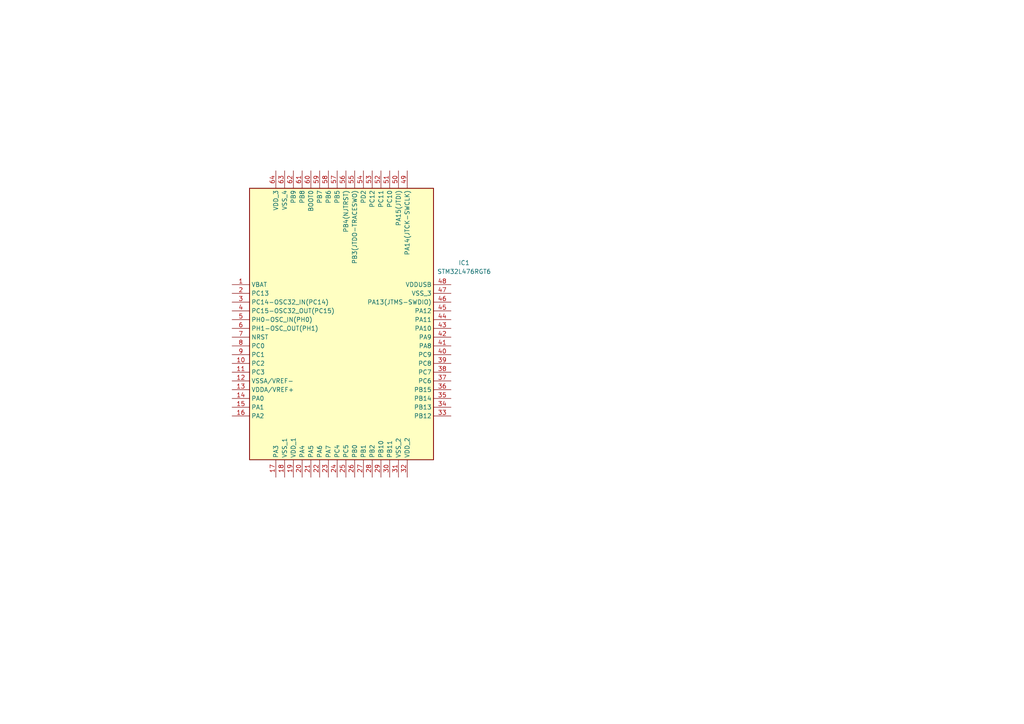
<source format=kicad_sch>
(kicad_sch (version 20231120) (generator "eeschema") (generator_version "8.0")
  (paper "A4")
  (lib_symbols
    (symbol "STM32L476RGT6:STM32L476RGT6"
      (property "Reference" "IC" (at 59.69 33.02 0))
      (property "Value" "STM32L476RGT6" (at 59.69 30.48 0))
      (symbol "STM32L476RGT6_1_1"
        (rectangle (start 5.08 27.94) (end 58.42 -50.8) (stroke (width 0.254)) (fill (type background)))
        (pin passive line (at 0 0 0) (length 5.08) (name "VBAT") (number "1"))
        (pin passive line (at 0 -22.86 0) (length 5.08) (name "PC2") (number "10"))
        (pin passive line (at 0 -25.4 0) (length 5.08) (name "PC3") (number "11"))
        (pin passive line (at 0 -27.94 0) (length 5.08) (name "VSSA/VREF-") (number "12"))
        (pin passive line (at 0 -30.48 0) (length 5.08) (name "VDDA/VREF+") (number "13"))
        (pin passive line (at 0 -33.02 0) (length 5.08) (name "PA0") (number "14"))
        (pin passive line (at 0 -35.56 0) (length 5.08) (name "PA1") (number "15"))
        (pin passive line (at 0 -38.1 0) (length 5.08) (name "PA2") (number "16"))
        (pin passive line (at 12.7 -55.88 90) (length 5.08) (name "PA3") (number "17"))
        (pin passive line (at 15.24 -55.88 90) (length 5.08) (name "VSS_1") (number "18"))
        (pin passive line (at 17.78 -55.88 90) (length 5.08) (name "VDD_1") (number "19"))
        (pin passive line (at 0 -2.54 0) (length 5.08) (name "PC13") (number "2"))
        (pin passive line (at 20.32 -55.88 90) (length 5.08) (name "PA4") (number "20"))
        (pin passive line (at 22.86 -55.88 90) (length 5.08) (name "PA5") (number "21"))
        (pin passive line (at 25.4 -55.88 90) (length 5.08) (name "PA6") (number "22"))
        (pin passive line (at 27.94 -55.88 90) (length 5.08) (name "PA7") (number "23"))
        (pin passive line (at 30.48 -55.88 90) (length 5.08) (name "PC4") (number "24"))
        (pin passive line (at 33.02 -55.88 90) (length 5.08) (name "PC5") (number "25"))
        (pin passive line (at 35.56 -55.88 90) (length 5.08) (name "PB0") (number "26"))
        (pin passive line (at 38.1 -55.88 90) (length 5.08) (name "PB1") (number "27"))
        (pin passive line (at 40.64 -55.88 90) (length 5.08) (name "PB2") (number "28"))
        (pin passive line (at 43.18 -55.88 90) (length 5.08) (name "PB10") (number "29"))
        (pin passive line (at 0 -5.08 0) (length 5.08) (name "PC14-OSC32_IN(PC14)") (number "3"))
        (pin passive line (at 45.72 -55.88 90) (length 5.08) (name "PB11") (number "30"))
        (pin passive line (at 48.26 -55.88 90) (length 5.08) (name "VSS_2") (number "31"))
        (pin passive line (at 50.8 -55.88 90) (length 5.08) (name "VDD_2") (number "32"))
        (pin passive line (at 63.5 -38.1 180) (length 5.08) (name "PB12") (number "33"))
        (pin passive line (at 63.5 -35.56 180) (length 5.08) (name "PB13") (number "34"))
        (pin passive line (at 63.5 -33.02 180) (length 5.08) (name "PB14") (number "35"))
        (pin passive line (at 63.5 -30.48 180) (length 5.08) (name "PB15") (number "36"))
        (pin passive line (at 63.5 -27.94 180) (length 5.08) (name "PC6") (number "37"))
        (pin passive line (at 63.5 -25.4 180) (length 5.08) (name "PC7") (number "38"))
        (pin passive line (at 63.5 -22.86 180) (length 5.08) (name "PC8") (number "39"))
        (pin passive line (at 0 -7.62 0) (length 5.08) (name "PC15-OSC32_OUT(PC15)") (number "4"))
        (pin passive line (at 63.5 -20.32 180) (length 5.08) (name "PC9") (number "40"))
        (pin passive line (at 63.5 -17.78 180) (length 5.08) (name "PA8") (number "41"))
        (pin passive line (at 63.5 -15.24 180) (length 5.08) (name "PA9") (number "42"))
        (pin passive line (at 63.5 -12.7 180) (length 5.08) (name "PA10") (number "43"))
        (pin passive line (at 63.5 -10.16 180) (length 5.08) (name "PA11") (number "44"))
        (pin passive line (at 63.5 -7.62 180) (length 5.08) (name "PA12") (number "45"))
        (pin passive line (at 63.5 -5.08 180) (length 5.08) (name "PA13(JTMS-SWDIO)") (number "46"))
        (pin passive line (at 63.5 -2.54 180) (length 5.08) (name "VSS_3") (number "47"))
        (pin passive line (at 63.5 0 180) (length 5.08) (name "VDDUSB") (number "48"))
        (pin passive line (at 50.8 33.02 270) (length 5.08) (name "PA14(JTCK-SWCLK)") (number "49"))
        (pin passive line (at 0 -10.16 0) (length 5.08) (name "PH0-OSC_IN(PH0)") (number "5"))
        (pin passive line (at 48.26 33.02 270) (length 5.08) (name "PA15(JTDI)") (number "50"))
        (pin passive line (at 45.72 33.02 270) (length 5.08) (name "PC10") (number "51"))
        (pin passive line (at 43.18 33.02 270) (length 5.08) (name "PC11") (number "52"))
        (pin passive line (at 40.64 33.02 270) (length 5.08) (name "PC12") (number "53"))
        (pin passive line (at 38.1 33.02 270) (length 5.08) (name "PD2") (number "54"))
        (pin passive line (at 35.56 33.02 270) (length 5.08) (name "PB3(JTDO-TRACESWO)") (number "55"))
        (pin passive line (at 33.02 33.02 270) (length 5.08) (name "PB4(NJTRST)") (number "56"))
        (pin passive line (at 30.48 33.02 270) (length 5.08) (name "PB5") (number "57"))
        (pin passive line (at 27.94 33.02 270) (length 5.08) (name "PB6") (number "58"))
        (pin passive line (at 25.4 33.02 270) (length 5.08) (name "PB7") (number "59"))
        (pin passive line (at 0 -12.7 0) (length 5.08) (name "PH1-OSC_OUT(PH1)") (number "6"))
        (pin passive line (at 22.86 33.02 270) (length 5.08) (name "BOOT0") (number "60"))
        (pin passive line (at 20.32 33.02 270) (length 5.08) (name "PB8") (number "61"))
        (pin passive line (at 17.78 33.02 270) (length 5.08) (name "PB9") (number "62"))
        (pin passive line (at 15.24 33.02 270) (length 5.08) (name "VSS_4") (number "63"))
        (pin passive line (at 12.7 33.02 270) (length 5.08) (name "VDD_3") (number "64"))
        (pin passive line (at 0 -15.24 0) (length 5.08) (name "NRST") (number "7"))
        (pin passive line (at 0 -17.78 0) (length 5.08) (name "PC0") (number "8"))
        (pin passive line (at 0 -20.32 0) (length 5.08) (name "PC1") (number "9"))
      )
    )
  )
  (symbol (lib_id "STM32L476RGT6:STM32L476RGT6") (at 67.31 82.55 0) (unit 1)
    (property "Reference" "IC1" (at 134.62 76.2314 0))
    (property "Value" "STM32L476RGT6" (at 134.62 78.7714 0))
    (property "Footprint" "QFP50P1200X1200X160-64N" (effects (hide yes)))
    (property "Datasheet" "https://www.st.com/resource/en/datasheet/stm32l476rg.pdf" (effects (hide yes)))
    (property "Description" "ARM MCU 32-bit 80MHz 1024KB  LQFP64 STMicroelectronics STM32L476RGT6, 32bit ARM Cortex M4 MCU, 80MHz, 1 MB Flash, 64-Pin LQFP" (effects (hide yes)))
    (property "Height" "1.6" (effects (hide yes)))
    (property "Mouser Part Number" "511-STM32L476RGT6" (effects (hide yes)))
    (property "Mouser Price/Stock" "https://www.mouser.co.uk/ProductDetail/STMicroelectronics/STM32L476RGT6?qs=o58qnh%2FCpu44V%252B7CaDZzCA%3D%3D" (effects (hide yes)))
    (property "Manufacturer_Name" "STMicroelectronics" (effects (hide yes)))
    (property "Manufacturer_Part_Number" "STM32L476RGT6" (effects (hide yes)))
  )
)
</source>
